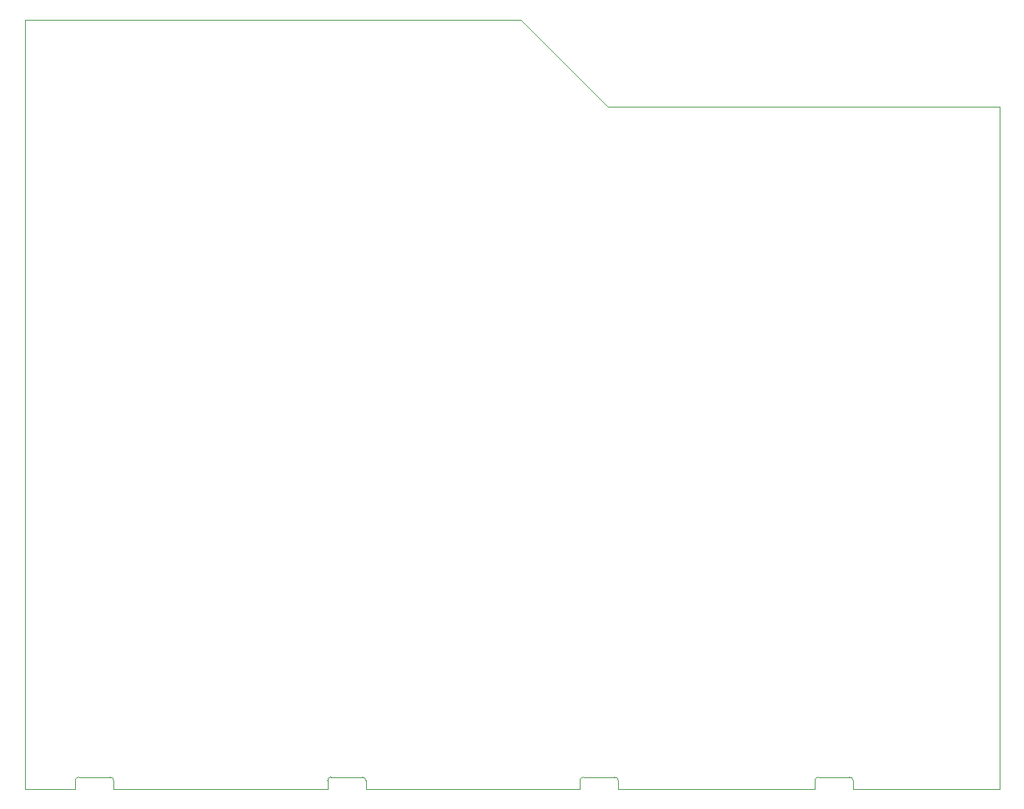
<source format=gbr>
%TF.GenerationSoftware,KiCad,Pcbnew,(6.0.10-0)*%
%TF.CreationDate,2023-07-20T21:22:03-04:00*%
%TF.ProjectId,Buzzers v2,42757a7a-6572-4732-9076-322e6b696361,rev?*%
%TF.SameCoordinates,Original*%
%TF.FileFunction,Profile,NP*%
%FSLAX46Y46*%
G04 Gerber Fmt 4.6, Leading zero omitted, Abs format (unit mm)*
G04 Created by KiCad (PCBNEW (6.0.10-0)) date 2023-07-20 21:22:03*
%MOMM*%
%LPD*%
G01*
G04 APERTURE LIST*
%TA.AperFunction,Profile*%
%ADD10C,0.100000*%
%TD*%
%TA.AperFunction,Profile*%
%ADD11C,0.120000*%
%TD*%
G04 APERTURE END LIST*
D10*
X135500000Y-125500000D02*
X119500000Y-125500000D01*
X162500000Y-125500000D02*
X148500000Y-125500000D01*
X76000000Y-125500000D02*
X77500000Y-125500000D01*
X76000000Y-37000000D02*
X76000000Y-125500000D01*
X76000000Y-37000000D02*
X133000000Y-37000000D01*
X188000000Y-47000000D02*
X188000000Y-125500000D01*
X188000000Y-125500000D02*
X175500000Y-125500000D01*
X106500000Y-125500000D02*
X90500000Y-125500000D01*
X143000000Y-47000000D02*
X188000000Y-47000000D01*
X133000000Y-37000000D02*
X143000000Y-47000000D01*
D11*
%TO.C,J5*%
X86200000Y-125500000D02*
X90500000Y-125500000D01*
X86200000Y-124500000D02*
X86200000Y-125500000D01*
X81800000Y-124500000D02*
X81800000Y-125500000D01*
X85800000Y-124100000D02*
X82200000Y-124100000D01*
X81800000Y-125500000D02*
X77500000Y-125500000D01*
X82200000Y-124100000D02*
G75*
G03*
X81800000Y-124500000I2J-400002D01*
G01*
X86200000Y-124500000D02*
G75*
G03*
X85800000Y-124100000I-400000J0D01*
G01*
%TO.C,J2*%
X171200000Y-124500000D02*
X171200000Y-125500000D01*
X166800000Y-125500000D02*
X162500000Y-125500000D01*
X171200000Y-125500000D02*
X175500000Y-125500000D01*
X166800000Y-124500000D02*
X166800000Y-125500000D01*
X170800000Y-124100000D02*
X167200000Y-124100000D01*
X167200000Y-124100000D02*
G75*
G03*
X166800000Y-124500000I2J-400002D01*
G01*
X171200000Y-124500000D02*
G75*
G03*
X170800000Y-124100000I-400000J0D01*
G01*
%TO.C,J3*%
X144200000Y-125500000D02*
X148500000Y-125500000D01*
X139800000Y-125500000D02*
X135500000Y-125500000D01*
X143800000Y-124100000D02*
X140200000Y-124100000D01*
X139800000Y-124500000D02*
X139800000Y-125500000D01*
X144200000Y-124500000D02*
X144200000Y-125500000D01*
X140200000Y-124100000D02*
G75*
G03*
X139800000Y-124500000I2J-400002D01*
G01*
X144200000Y-124500000D02*
G75*
G03*
X143800000Y-124100000I-400000J0D01*
G01*
%TO.C,J4*%
X110800000Y-124500000D02*
X110800000Y-125500000D01*
X115200000Y-124500000D02*
X115200000Y-125500000D01*
X115200000Y-125500000D02*
X119500000Y-125500000D01*
X114800000Y-124100000D02*
X111200000Y-124100000D01*
X110800000Y-125500000D02*
X106500000Y-125500000D01*
X111200000Y-124100000D02*
G75*
G03*
X110800000Y-124500000I2J-400002D01*
G01*
X115200000Y-124500000D02*
G75*
G03*
X114800000Y-124100000I-400000J0D01*
G01*
%TD*%
M02*

</source>
